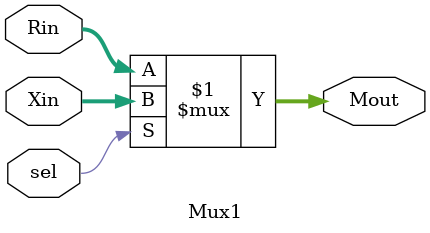
<source format=sv>
module Mux1(input[15:0]Rin,Xin,input sel,output [15:0]Mout);
assign Mout=(sel) ? Xin : Rin ;
endmodule

</source>
